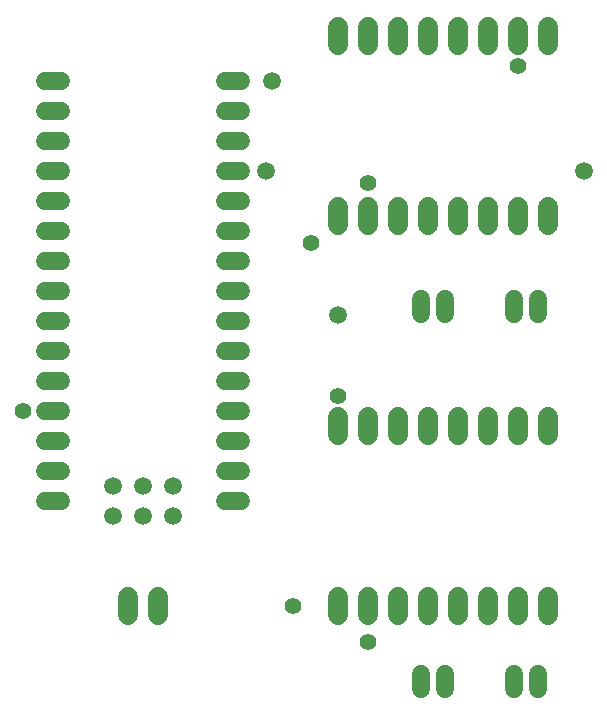
<source format=gts>
G75*
%MOIN*%
%OFA0B0*%
%FSLAX25Y25*%
%IPPOS*%
%LPD*%
%AMOC8*
5,1,8,0,0,1.08239X$1,22.5*
%
%ADD10C,0.05950*%
%ADD11C,0.05950*%
%ADD12C,0.06800*%
%ADD13C,0.05550*%
%ADD14C,0.05900*%
D10*
X0040625Y0103200D02*
X0045775Y0103200D01*
X0045775Y0113200D02*
X0040625Y0113200D01*
X0040625Y0123200D02*
X0045775Y0123200D01*
X0045775Y0133200D02*
X0040625Y0133200D01*
X0040625Y0143200D02*
X0045775Y0143200D01*
X0045775Y0153200D02*
X0040625Y0153200D01*
X0040625Y0163200D02*
X0045775Y0163200D01*
X0045775Y0173200D02*
X0040625Y0173200D01*
X0040625Y0183200D02*
X0045775Y0183200D01*
X0045775Y0193200D02*
X0040625Y0193200D01*
X0040625Y0203200D02*
X0045775Y0203200D01*
X0045775Y0213200D02*
X0040625Y0213200D01*
X0040625Y0223200D02*
X0045775Y0223200D01*
X0045775Y0233200D02*
X0040625Y0233200D01*
X0040625Y0243200D02*
X0045775Y0243200D01*
X0100625Y0243200D02*
X0105775Y0243200D01*
X0105775Y0233200D02*
X0100625Y0233200D01*
X0100625Y0223200D02*
X0105775Y0223200D01*
X0105775Y0213200D02*
X0100625Y0213200D01*
X0100625Y0203200D02*
X0105775Y0203200D01*
X0105775Y0193200D02*
X0100625Y0193200D01*
X0100625Y0183200D02*
X0105775Y0183200D01*
X0105775Y0173200D02*
X0100625Y0173200D01*
X0100625Y0163200D02*
X0105775Y0163200D01*
X0105775Y0153200D02*
X0100625Y0153200D01*
X0100625Y0143200D02*
X0105775Y0143200D01*
X0105775Y0133200D02*
X0100625Y0133200D01*
X0100625Y0123200D02*
X0105775Y0123200D01*
X0105775Y0113200D02*
X0100625Y0113200D01*
X0100625Y0103200D02*
X0105775Y0103200D01*
X0165968Y0045588D02*
X0165968Y0040438D01*
X0173842Y0040438D02*
X0173842Y0045588D01*
X0196968Y0045588D02*
X0196968Y0040438D01*
X0204842Y0040438D02*
X0204842Y0045588D01*
X0204842Y0165438D02*
X0204842Y0170588D01*
X0196968Y0170588D02*
X0196968Y0165438D01*
X0173842Y0165438D02*
X0173842Y0170588D01*
X0165968Y0170588D02*
X0165968Y0165438D01*
D11*
X0083200Y0108200D03*
X0073200Y0108200D03*
X0073200Y0098200D03*
X0083200Y0098200D03*
X0063200Y0098200D03*
X0063200Y0108200D03*
D12*
X0068200Y0071200D02*
X0068200Y0065200D01*
X0078200Y0065200D02*
X0078200Y0071200D01*
X0138200Y0071200D02*
X0138200Y0065200D01*
X0148200Y0065200D02*
X0148200Y0071200D01*
X0158200Y0071200D02*
X0158200Y0065200D01*
X0168200Y0065200D02*
X0168200Y0071200D01*
X0178200Y0071200D02*
X0178200Y0065200D01*
X0188200Y0065200D02*
X0188200Y0071200D01*
X0198200Y0071200D02*
X0198200Y0065200D01*
X0208200Y0065200D02*
X0208200Y0071200D01*
X0208200Y0125200D02*
X0208200Y0131200D01*
X0198200Y0131200D02*
X0198200Y0125200D01*
X0188200Y0125200D02*
X0188200Y0131200D01*
X0178200Y0131200D02*
X0178200Y0125200D01*
X0168200Y0125200D02*
X0168200Y0131200D01*
X0158200Y0131200D02*
X0158200Y0125200D01*
X0148200Y0125200D02*
X0148200Y0131200D01*
X0138200Y0131200D02*
X0138200Y0125200D01*
X0138200Y0195200D02*
X0138200Y0201200D01*
X0148200Y0201200D02*
X0148200Y0195200D01*
X0158200Y0195200D02*
X0158200Y0201200D01*
X0168200Y0201200D02*
X0168200Y0195200D01*
X0178200Y0195200D02*
X0178200Y0201200D01*
X0188200Y0201200D02*
X0188200Y0195200D01*
X0198200Y0195200D02*
X0198200Y0201200D01*
X0208200Y0201200D02*
X0208200Y0195200D01*
X0208200Y0255200D02*
X0208200Y0261200D01*
X0198200Y0261200D02*
X0198200Y0255200D01*
X0188200Y0255200D02*
X0188200Y0261200D01*
X0178200Y0261200D02*
X0178200Y0255200D01*
X0168200Y0255200D02*
X0168200Y0261200D01*
X0158200Y0261200D02*
X0158200Y0255200D01*
X0148200Y0255200D02*
X0148200Y0261200D01*
X0138200Y0261200D02*
X0138200Y0255200D01*
D13*
X0148200Y0209200D03*
X0129200Y0189200D03*
X0138200Y0138200D03*
X0123200Y0068200D03*
X0148200Y0056200D03*
X0033200Y0133200D03*
X0198200Y0248200D03*
D14*
X0220200Y0213200D03*
X0138200Y0165200D03*
X0114200Y0213200D03*
X0116200Y0243200D03*
M02*

</source>
